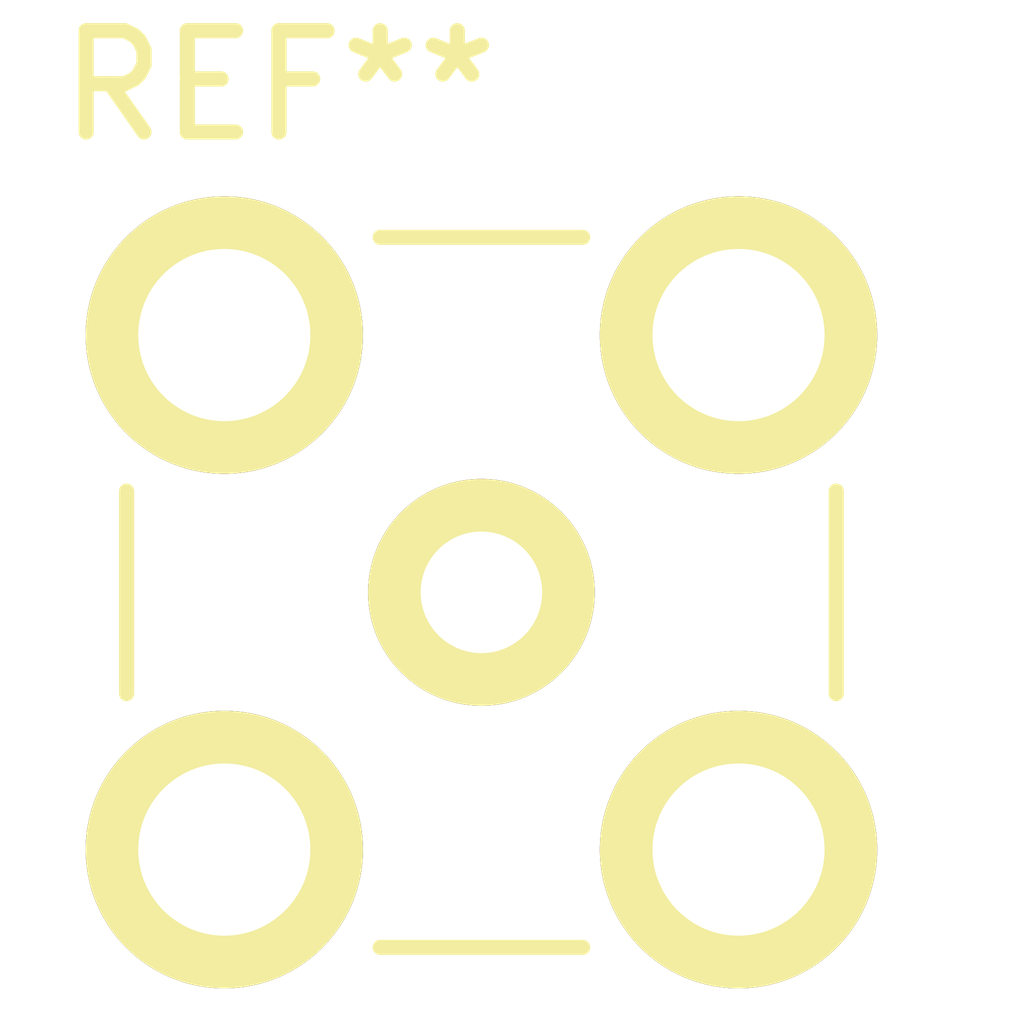
<source format=kicad_pcb>
(kicad_pcb (version 4) (host pcbnew "(2015-07-11 BZR 5925, Git c291b88)-product")

  (general
    (links 0)
    (no_connects 0)
    (area 0 0 0 0)
    (thickness 1.6)
    (drawings 0)
    (tracks 0)
    (zones 0)
    (modules 1)
    (nets 1)
  )

  (page A4)
  (layers
    (0 F.Cu signal)
    (31 B.Cu signal)
    (32 B.Adhes user)
    (33 F.Adhes user)
    (34 B.Paste user)
    (35 F.Paste user)
    (36 B.SilkS user)
    (37 F.SilkS user)
    (38 B.Mask user)
    (39 F.Mask user)
    (40 Dwgs.User user)
    (41 Cmts.User user)
    (42 Eco1.User user)
    (43 Eco2.User user)
    (44 Edge.Cuts user)
    (45 Margin user)
    (46 B.CrtYd user)
    (47 F.CrtYd user)
    (48 B.Fab user)
    (49 F.Fab user)
  )

  (setup
    (last_trace_width 0.25)
    (trace_clearance 0.2)
    (zone_clearance 0.508)
    (zone_45_only no)
    (trace_min 0.2)
    (segment_width 0.2)
    (edge_width 0.1)
    (via_size 0.6)
    (via_drill 0.4)
    (via_min_size 0.4)
    (via_min_drill 0.3)
    (uvia_size 0.3)
    (uvia_drill 0.1)
    (uvias_allowed no)
    (uvia_min_size 0.2)
    (uvia_min_drill 0.1)
    (pcb_text_width 0.3)
    (pcb_text_size 1.5 1.5)
    (mod_edge_width 0.15)
    (mod_text_size 1 1)
    (mod_text_width 0.15)
    (pad_size 1.5 1.5)
    (pad_drill 0.6)
    (pad_to_mask_clearance 0)
    (aux_axis_origin 0 0)
    (visible_elements 7FFFFFFF)
    (pcbplotparams
      (layerselection 0x00030_80000001)
      (usegerberextensions false)
      (excludeedgelayer true)
      (linewidth 0.100000)
      (plotframeref false)
      (viasonmask false)
      (mode 1)
      (useauxorigin false)
      (hpglpennumber 1)
      (hpglpenspeed 20)
      (hpglpendiameter 15)
      (hpglpenoverlay 2)
      (psnegative false)
      (psa4output false)
      (plotreference true)
      (plotvalue true)
      (plotinvisibletext false)
      (padsonsilk false)
      (subtractmaskfromsilk false)
      (outputformat 1)
      (mirror false)
      (drillshape 1)
      (scaleselection 1)
      (outputdirectory ""))
  )

  (net 0 "")

  (net_class Default "This is the default net class."
    (clearance 0.2)
    (trace_width 0.25)
    (via_dia 0.6)
    (via_drill 0.4)
    (uvia_dia 0.3)
    (uvia_drill 0.1)
  )

  (module Connect:SMB_Straight (layer F.Cu) (tedit 5541ED7C) (tstamp 55A6E9B2)
    (at 177.8 -6.35)
    (descr "SMB pcb mounting jack")
    (tags "SMB Jack  Striaght")
    (fp_text reference REF** (at -2 -5) (layer F.SilkS)
      (effects (font (size 1 1) (thickness 0.15)))
    )
    (fp_text value SMB_Straight (at 0.25 0) (layer F.Fab)
      (effects (font (size 1 1) (thickness 0.15)))
    )
    (fp_line (start -4.25 -4.25) (end 4.25 -4.25) (layer B.CrtYd) (width 0.05))
    (fp_line (start 4.25 -4.25) (end 4.25 4.25) (layer B.CrtYd) (width 0.05))
    (fp_line (start 4.25 4.25) (end -4.25 4.25) (layer B.CrtYd) (width 0.05))
    (fp_line (start -4.25 4.25) (end -4.25 -4.25) (layer B.CrtYd) (width 0.05))
    (fp_line (start 4.25 4.25) (end -4.25 4.25) (layer F.CrtYd) (width 0.05))
    (fp_line (start -4.25 4.25) (end -4.25 -4.25) (layer F.CrtYd) (width 0.05))
    (fp_line (start 4.25 -4.25) (end 4.25 4.25) (layer F.CrtYd) (width 0.05))
    (fp_line (start -4.25 -4.25) (end 4.25 -4.25) (layer F.CrtYd) (width 0.05))
    (fp_line (start -1 -3.5052) (end 1 -3.5052) (layer F.SilkS) (width 0.15))
    (fp_line (start 3.5052 -1) (end 3.5052 1) (layer F.SilkS) (width 0.15))
    (fp_line (start 1 3.5052) (end -1 3.5052) (layer F.SilkS) (width 0.15))
    (fp_line (start -3.5052 1) (end -3.5052 -1) (layer F.SilkS) (width 0.15))
    (pad 2 thru_hole circle (at -2.54 2.54) (size 2.74 2.74) (drill 1.7) (layers *.Cu *.Mask F.SilkS))
    (pad 2 thru_hole circle (at 2.54 2.54) (size 2.74 2.74) (drill 1.7) (layers *.Cu *.Mask F.SilkS))
    (pad 2 thru_hole circle (at 2.54 -2.54) (size 2.74 2.74) (drill 1.7) (layers *.Cu *.Mask F.SilkS))
    (pad 2 thru_hole circle (at -2.54 -2.54) (size 2.74 2.74) (drill 1.7) (layers *.Cu *.Mask F.SilkS))
    (pad 1 thru_hole circle (at 0 0) (size 2.24 2.24) (drill 1.2) (layers *.Cu *.Mask F.SilkS))
    (model Connect.3dshapes/SMB_Straight.wrl
      (at (xyz 0 0 0))
      (scale (xyz 1 1 1))
      (rotate (xyz 0 0 0))
    )
  )

)

</source>
